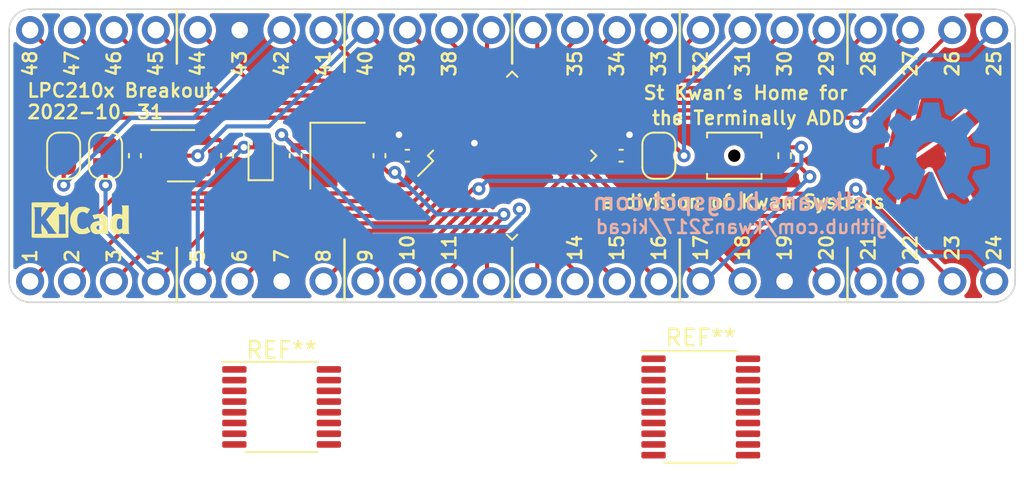
<source format=kicad_pcb>
(kicad_pcb (version 20211014) (generator pcbnew)
  (layers (0 "F.Cu" signal) (31 "B.Cu" signal) (34 "B.Paste" user) (35 "F.Paste" user) (36 "B.SilkS" user "B.Silkscreen") (37 "F.SilkS" user "F.Silkscreen") (38 "B.Mask" user) (39 "F.Mask" user) (44 "Edge.Cuts" user))
  (net 0 "")
  (net 1 "+1V8")
  (net 2 "GND")
  (net 3 "/P11")
  (net 4 "/P12")
  (net 5 "/P01")
  (net 6 "/P02")
  (net 7 "/P03")
  (net 8 "/P04")
  (net 9 "/P06")
  (net 10 "/P08")
  (net 11 "/P09")
  (net 12 "/P10")
  (net 13 "/P13")
  (net 14 "/P14")
  (net 15 "/P15")
  (net 16 "/P16")
  (net 17 "/P18")
  (net 18 "/P20")
  (net 19 "/P21")
  (net 20 "/P22")
  (net 21 "/P23")
  (net 22 "/P24")
  (net 23 "/P25")
  (net 24 "/P26")
  (net 25 "/P27")
  (net 26 "/P28")
  (net 27 "/P29")
  (net 28 "/P30")
  (net 29 "GNDA")
  (net 30 "/P32")
  (net 31 "/P33")
  (net 32 "/P34")
  (net 33 "/P35")
  (net 34 "/P36")
  (net 35 "/P37")
  (net 36 "/P38")
  (net 37 "/P39")
  (net 38 "/P41")
  (net 39 "/P42")
  (net 40 "/P44")
  (net 41 "/P45")
  (net 42 "/P46")
  (net 43 "/P47")
  (net 44 "/P48")
  (net 46 "+3V3")
  (footprint "Package_TO_SOT_SMD:SOT-23-5" (layer "F.Cu") (at 115.824 106.68)
    (fp_text reference "U201" hide)
    (fp_text value "TCR2EF 1.8V" hide)
  )
  (footprint "Jumper:SolderJumper-2_P1.3mm_Bridged_RoundedPad1.0x1.5mm" (layer "F.Cu") (at 144.78 106.68 90)
    (fp_text reference "JP131" hide)
    (fp_text value "AnalogGround" hide)
  )
  (footprint "Package_SO:TSSOP-20_4.4x6.5mm_P0.65mm" (layer "F.Cu") (at 147.32 121.92)
    (fp_text reference "REF**")
    (fp_text value "TSSOP-20_4.4x6.5mm_P0.65mm")
  )
  (footprint "Jumper:SolderJumper-2_P1.3mm_Bridged_RoundedPad1.0x1.5mm" (layer "F.Cu") (at 108.712 106.68 -90)
    (fp_text reference "JP142" hide)
    (fp_text value "VDDA" hide)
  )
  (footprint "Capacitor_SMD:C_0402_1005Metric" (layer "F.Cu") (at 118.618 106.68 -90)
    (fp_text reference "C205" hide)
    (fp_text value "1uF" hide)
  )
  (footprint "Resistor_SMD:R_0402_1005Metric" (layer "F.Cu") (at 152.4 106.68 -90)
    (fp_text reference "R106" hide)
    (fp_text value "10k" hide)
  )
  (footprint "Package_SO:TSSOP-16_4.4x5mm_P0.65mm" (layer "F.Cu") (at 121.92 121.92)
    (fp_text reference "REF**")
    (fp_text value "TSSOP-16_4.4x5mm_P0.65mm")
  )
  (footprint "Capacitor_SMD:C_0402_1005Metric" (layer "F.Cu") (at 122.77 106.68 90)
    (fp_text reference "C112" hide)
    (fp_text value "22pF" hide)
  )
  (footprint "Crystal:Crystal_SMD_Abracon_ABM8G-4Pin_3.2x2.5mm" (layer "F.Cu") (at 125.31 106.68 -90)
    (fp_text reference "Y101" hide)
    (fp_text value "12MHz" hide)
  )
  (footprint "KwanSystems:SW_SPST_B3U-1000P-B" (layer "F.Cu") (at 149.352 106.68)
    (fp_text reference "S106")
    (fp_text value "B3U-1000")
  )
  (footprint "Capacitor_SMD:C_0402_1005Metric" (layer "F.Cu") (at 129.54 106.68 180)
    (fp_text reference "C105" hide)
    (fp_text value "1uF" hide)
  )
  (footprint "Jumper:SolderJumper-2_P1.3mm_Bridged_RoundedPad1.0x1.5mm" (layer "F.Cu") (at 111.252 106.68 -90)
    (fp_text reference "JP104" hide)
    (fp_text value "VBAT" hide)
  )
  (footprint "KwanSystems:StKwansSoldermask" (layer "F.Cu") (at 161.29 106.68)
    (fp_text reference "G101" hide)
    (fp_text value "KwanSystems" hide)
  )
  (footprint "Package_QFP:LQFP-48_7x7mm_P0.5mm" (layer "F.Cu") (at 135.89 106.68 45)
    (fp_text reference "U101" hide)
    (fp_text value "LPC2103" hide)
  )
  (footprint "Capacitor_SMD:C_0402_1005Metric" (layer "F.Cu") (at 113.03 106.68 -90)
    (fp_text reference "C201" hide)
    (fp_text value "1uF" hide)
  )
  (footprint "LED_SMD:LED_0603_1608Metric" (layer "F.Cu") (at 120.65 106.68 90)
    (fp_text reference "D201" hide)
    (fp_text value "RED" hide)
  )
  (footprint "Capacitor_SMD:C_0402_1005Metric" (layer "F.Cu") (at 142.494 106.68)
    (fp_text reference "C117" hide)
    (fp_text value "1uF" hide)
  )
  (footprint "KwanSystems:Symbol_KiCAD-Logo_CopperAndSilkScreenTop_small" (layer "F.Cu") (at 109.728 110.49)
    (fp_text reference "G102" hide)
    (fp_text value "DesignedWithKicad" hide)
  )
  (footprint "Capacitor_SMD:C_0402_1005Metric" (layer "F.Cu") (at 127.85 106.68 -90)
    (fp_text reference "C111" hide)
    (fp_text value "22pF" hide)
  )
  (footprint "KwanSystems:OSHW-Symbol_6.7x6mm_SolderMask" (layer "B.Cu") (at 161.29 106.426 180)
    (fp_text reference "G103" hide)
    (fp_text value "OSHW" hide)
  )
  (footprint "Connector_PinHeader_2.54mm:PinHeader_1x24_P2.54mm_Vertical" (layer "B.Cu") (at 106.68 114.3 -90)
    (fp_text reference "J101" hide)
    (fp_text value "Conn_01x24_Male" hide)
  )
  (footprint "Connector_PinHeader_2.54mm:PinHeader_1x24_P2.54mm_Vertical" (layer "B.Cu") (at 165.1 99.06 90)
    (fp_text reference "J102" hide)
    (fp_text value "Conn_01x24_Male" hide)
  )
  (gr_line (start 125.73 97.79) (end 125.73 101.6) (layer "F.SilkS") (width 0.15))
  (gr_line (start 135.89 97.79) (end 135.89 101.092) (layer "F.SilkS") (width 0.15))
  (gr_line (start 125.73 115.57) (end 125.73 111.76) (layer "F.SilkS") (width 0.15))
  (gr_line (start 156.21 97.79) (end 156.21 101.092) (layer "F.SilkS") (width 0.15))
  (gr_line (start 115.57 115.57) (end 115.57 112.268) (layer "F.SilkS") (width 0.15))
  (gr_line (start 146.05 115.57) (end 146.05 111.76) (layer "F.SilkS") (width 0.15))
  (gr_line (start 115.57 97.79) (end 115.57 101.092) (layer "F.SilkS") (width 0.15))
  (gr_line (start 156.21 115.57) (end 156.21 112.268) (layer "F.SilkS") (width 0.15))
  (gr_line (start 146.05 97.79) (end 146.05 101.6) (layer "F.SilkS") (width 0.15))
  (gr_line (start 135.89 115.57) (end 135.89 112.268) (layer "F.SilkS") (width 0.15))
  (gr_arc (start 165.1 97.79) (mid 165.998026 98.161974) (end 166.37 99.06) (layer "Edge.Cuts") (width 0.1))
  (gr_arc (start 105.41 99.06) (mid 105.781974 98.161974) (end 106.68 97.79) (layer "Edge.Cuts") (width 0.1))
  (gr_line (start 166.37 99.06) (end 166.37 114.3) (layer "Edge.Cuts") (width 0.1))
  (gr_arc (start 166.37 114.3) (mid 165.998026 115.198026) (end 165.1 115.57) (layer "Edge.Cuts") (width 0.1))
  (gr_arc (start 106.68 115.57) (mid 105.781974 115.198026) (end 105.41 114.3) (layer "Edge.Cuts") (width 0.1))
  (gr_line (start 165.1 115.57) (end 106.68 115.57) (layer "Edge.Cuts") (width 0.1))
  (gr_line (start 105.41 114.3) (end 105.41 99.06) (layer "Edge.Cuts") (width 0.1))
  (gr_line (start 106.68 97.79) (end 165.1 97.79) (layer "Edge.Cuts") (width 0.1))
  (gr_text "23" (at 162.56 112.268 90) (layer "F.SilkS") (effects (font (size 0.8128 0.8128) (thickness 0.1524))))
  (gr_text "10" (at 129.54 112.268 90) (layer "F.SilkS") (effects (font (size 0.8128 0.8128) (thickness 0.1524))))
  (gr_text "47" (at 109.22 101.092 90) (layer "F.SilkS") (effects (font (size 0.8128 0.8128) (thickness 0.1524))))
  (gr_text "28" (at 157.48 101.092 90) (layer "F.SilkS") (effects (font (size 0.8128 0.8128) (thickness 0.1524))))
  (gr_text "27" (at 160.02 101.092 90) (layer "F.SilkS") (effects (font (size 0.8128 0.8128) (thickness 0.1524))))
  (gr_text "26" (at 162.56 101.092 90) (layer "F.SilkS") (effects (font (size 0.8128 0.8128) (thickness 0.1524))))
  (gr_text "18" (at 149.86 112.268 90) (layer "F.SilkS") (effects (font (size 0.8128 0.8128) (thickness 0.1524))))
  (gr_text "16" (at 144.78 112.268 90) (layer "F.SilkS") (effects (font (size 0.8128 0.8128) (thickness 0.1524))))
  (gr_text "22" (at 160.02 112.268 90) (layer "F.SilkS") (effects (font (size 0.8128 0.8128) (thickness 0.1524))))
  (gr_text "3" (at 111.76 112.268 90) (layer "F.SilkS") (effects (font (size 0.8128 0.8128) (thickness 0.1524)) (justify right)))
  (gr_text "LPC210x Breakout\n2022-10-31" (at 106.426 103.378) (layer "F.SilkS") (effects (font (size 0.8128 0.8128) (thickness 0.1524)) (justify left)))
  (gr_text "15" (at 142.24 112.268 90) (layer "F.SilkS") (effects (font (size 0.8128 0.8128) (thickness 0.1524))))
  (gr_text "32" (at 147.32 101.092 90) (layer "F.SilkS") (effects (font (size 0.8128 0.8128) (thickness 0.1524))))
  (gr_text "43" (at 119.38 101.092 90) (layer "F.SilkS") (effects (font (size 0.8128 0.8128) (thickness 0.1524))))
  (gr_text "20" (at 154.94 112.268 90) (layer "F.SilkS") (effects (font (size 0.8128 0.8128) (thickness 0.1524))))
  (gr_text "34" (at 142.24 101.092 90) (layer "F.SilkS") (effects (font (size 0.8128 0.8128) (thickness 0.1524))))
  (gr_text "38" (at 132.08 101.092 90) (layer "F.SilkS") (effects (font (size 0.8128 0.8128) (thickness 0.1524))))
  (gr_text "1" (at 106.68 112.268 90) (layer "F.SilkS") (effects (font (size 0.8128 0.8128) (thickness 0.1524)) (justify right)))
  (gr_text "29" (at 154.94 101.092 90) (layer "F.SilkS") (effects (font (size 0.8128 0.8128) (thickness 0.1524))))
  (gr_text "35" (at 139.7 101.092 90) (layer "F.SilkS") (effects (font (size 0.8128 0.8128) (thickness 0.1524))))
  (gr_text "6" (at 119.38 112.268 90) (layer "F.SilkS") (effects (font (size 0.8128 0.8128) (thickness 0.1524)) (justify right)))
  (gr_text "9" (at 127 112.268 90) (layer "F.SilkS") (effects (font (size 0.8128 0.8128) (thickness 0.1524)) (justify right)))
  (gr_text "19" (at 152.4 112.268 90) (layer "F.SilkS") (effects (font (size 0.8128 0.8128) (thickness 0.1524))))
  (gr_text "21" (at 157.48 112.268 90) (layer "F.SilkS") (effects (font (size 0.8128 0.8128) (thickness 0.1524))))
  (gr_text "42" (at 121.92 101.092 90) (layer "F.SilkS") (effects (font (size 0.8128 0.8128) (thickness 0.1524))))
  (gr_text "39" (at 129.54 101.092 90) (layer "F.SilkS") (effects (font (size 0.8128 0.8128) (thickness 0.1524))))
  (gr_text "44" (at 116.84 101.092 90) (layer "F.SilkS") (effects (font (size 0.8128 0.8128) (thickness 0.1524))))
  (gr_text "7" (at 121.92 112.268 90) (layer "F.SilkS") (effects (font (size 0.8128 0.8128) (thickness 0.1524)) (justify right)))
  (gr_text "46" (at 111.76 101.092 90) (layer "F.SilkS") (effects (font (size 0.8128 0.8128) (thickness 0.1524))))
  (gr_text "48" (at 106.68 101.092 90) (layer "F.SilkS") (effects (font (size 0.8128 0.8128) (thickness 0.1524))))
  (gr_text "4" (at 114.3 112.268 90) (layer "F.SilkS") (effects (font (size 0.8128 0.8128) (thickness 0.1524)) (justify right)))
  (gr_text "30" (at 152.4 101.092 90) (layer "F.SilkS") (effects (font (size 0.8128 0.8128) (thickness 0.1524))))
  (gr_text "25" (at 165.1 101.092 90) (layer "F.SilkS") (effects (font (size 0.8128 0.8128) (thickness 0.1524))))
  (gr_text "11" (at 132.08 112.268 90) (layer "F.SilkS") (effects (font (size 0.8128 0.8128) (thickness 0.1524))))
  (gr_text "33" (at 144.78 101.092 90) (layer "F.SilkS") (effects (font (size 0.8128 0.8128) (thickness 0.1524))))
  (gr_text "2" (at 109.22 112.268 90) (layer "F.SilkS") (effects (font (size 0.8128 0.8128) (thickness 0.1524)) (justify right)))
  (gr_text "5" (at 116.84 112.268 90) (layer "F.SilkS") (effects (font (size 0.8128 0.8128) (thickness 0.1524)) (justify right)))
  (gr_text "24" (at 165.1 112.268 90) (layer "F.SilkS") (effects (font (size 0.8128 0.8128) (thickness 0.1524))))
  (gr_text "14" (at 139.7 112.268 90) (layer "F.SilkS") (effects (font (size 0.8128 0.8128) (thickness 0.1524))))
  (gr_text "31" (at 149.86 101.092 90) (layer "F.SilkS") (effects (font (size 0.8128 0.8128) (thickness 0.1524))))
  (gr_text "8" (at 124.46 112.268 90) (layer "F.SilkS") (effects (font (size 0.8128 0.8128) (thickness 0.1524)) (justify right)))
  (gr_text "41" (at 124.46 101.092 90) (layer "F.SilkS") (effects (font (size 0.8128 0.8128) (thickness 0.1524))))
  (gr_text "45" (at 114.3 101.092 90) (layer "F.SilkS") (effects (font (size 0.8128 0.8128) (thickness 0.1524))))
  (gr_text "40" (at 127 101.092 90) (layer "F.SilkS") (effects (font (size 0.8128 0.8128) (thickness 0.1524))))
  (gr_text "17" (at 147.32 112.268 90) (layer "F.SilkS") (effects (font (size 0.8128 0.8128) (thickness 0.1524))))
  (segment (start 116.9615 105.73) (end 118.148 105.73) (width 0.25) (layer "F.Cu") (net 1))
  (segment (start 132.416338 109.093002) (end 130.72694 110.7824) (width 0.25) (layer "F.Cu") (net 1))
  (segment (start 118.646 106.172) (end 118.618 106.2) (width 0.25) (layer "F.Cu") (net 1))
  (segment (start 130.72694 110.7824) (end 120.3576 110.7824) (width 0.25) (layer "F.Cu") (net 1))
  (segment (start 132.983795 108.525545) (end 132.983795 108.091795) (width 0.25) (layer "F.Cu") (net 1))
  (segment (start 132.983795 108.091795) (end 131.572 106.68) (width 0.25) (layer "F.Cu") (net 1))
  (segment (start 119.634 106.172) (end 118.646 106.172) (width 0.25) (layer "F.Cu") (net 1))
  (segment (start 119.634 106.172) (end 120.3705 106.172) (width 0.25) (layer "F.Cu") (net 1))
  (segment (start 120.3576 110.7824) (end 116.84 114.3) (width 0.25) (layer "F.Cu") (net 1))
  (segment (start 120.3705 106.172) (end 120.65 105.8925) (width 0.25) (layer "F.Cu") (net 1))
  (segment (start 118.148 105.73) (end 118.618 106.2) (width 0.25) (layer "F.Cu") (net 1))
  (segment (start 131.572 106.68) (end 130.02 106.68) (width 0.25) (layer "F.Cu") (net 1))
  (segment (start 132.416338 109.093002) (end 132.983795 108.525545) (width 0.25) (layer "F.Cu") (net 1))
  (via (at 119.634 106.172) (size 0.8) (drill 0.4) (layers "F.Cu" "B.Cu") (net 1))
  (segment (start 116.84 108.966) (end 119.634 106.172) (width 0.25) (layer "B.Cu") (net 1))
  (segment (start 116.84 114.3) (end 116.84 108.966) (width 0.25) (layer "B.Cu") (net 1))
  (segment (start 139.010109 109.446555) (end 140.795474 111.23192) (width 0.25) (layer "F.Cu") (net 2))
  (segment (start 130.984526 102.12808) (end 122.44808 102.12808) (width 0.25) (layer "F.Cu") (net 2))
  (segment (start 124.53856 111.68144) (end 121.92 114.3) (width 0.25) (layer "F.Cu") (net 2))
  (segment (start 122.44808 102.12808) (end 119.38 99.06) (width 0.25) (layer "F.Cu") (net 2))
  (segment (start 149.33192 111.23192) (end 152.4 114.3) (width 0.25) (layer "F.Cu") (net 2))
  (segment (start 140.795474 111.23192) (end 149.33192 111.23192) (width 0.25) (layer "F.Cu") (net 2))
  (segment (start 132.769891 103.913445) (end 130.984526 102.12808) (width 0.25) (layer "F.Cu") (net 2))
  (segment (start 133.123445 109.800109) (end 131.242114 111.68144) (width 0.25) (layer "F.Cu") (net 2))
  (segment (start 129.06 105.438) (end 129.032 105.41) (width 0.25) (layer "F.Cu") (net 2))
  (segment (start 131.242114 111.68144) (end 124.53856 111.68144) (width 0.25) (layer "F.Cu") (net 2))
  (via (at 129.032 105.41) (size 0.8) (drill 0.4) (layers "F.Cu" "B.Cu") (net 2))
  (via (at 143.002 105.41) (size 0.8) (drill 0.4) (layers "F.Cu" "B.Cu") (net 2))
  (via (at 133.604 105.918) (size 0.8) (drill 0.4) (layers "F.Cu" "B.Cu") (net 2))
  (segment (start 127.85 107.16) (end 126.78 107.16) (width 0.25) (layer "F.Cu") (net 3))
  (segment (start 132.08 114.3) (end 132.08 113.665) (width 0.25) (layer "F.Cu") (net 3))
  (segment (start 132.08 113.665) (end 134.530678 111.214322) (width 0.25) (layer "F.Cu") (net 3))
  (segment (start 135.382 110.36998) (end 135.382 110.236) (width 0.25) (layer "F.Cu") (net 3))
  (segment (start 134.537658 111.214322) (end 135.382 110.36998) (width 0.25) (layer "F.Cu") (net 3))
  (segment (start 126.78 107.16) (end 126.16 107.78) (width 0.25) (layer "F.Cu") (net 3))
  (segment (start 134.530678 111.214322) (end 134.537658 111.214322) (width 0.25) (layer "F.Cu") (net 3))
  (segment (start 128.778 107.696) (end 128.386 107.696) (width 0.25) (layer "F.Cu") (net 3))
  (segment (start 128.386 107.696) (end 127.85 107.16) (width 0.25) (layer "F.Cu") (net 3))
  (via (at 128.778 107.696) (size 0.8) (drill 0.4) (layers "F.Cu" "B.Cu") (net 3))
  (via (at 135.382 110.236) (size 0.8) (drill 0.4) (layers "F.Cu" "B.Cu") (net 3))
  (segment (start 131.318 110.236) (end 128.778 107.696) (width 0.25) (layer "B.Cu") (net 3))
  (segment (start 135.382 110.236) (end 131.318 110.236) (width 0.25) (layer "B.Cu") (net 3))
  (segment (start 122.77 106.2) (end 123.84 106.2) (width 0.25) (layer "F.Cu") (net 4))
  (segment (start 134.366 112.093088) (end 134.366 114.046) (width 0.25) (layer "F.Cu") (net 4))
  (segment (start 121.98 105.41) (end 122.77 106.2) (width 0.25) (layer "F.Cu") (net 4))
  (segment (start 134.366 114.046) (end 134.62 114.3) (width 0.25) (layer "F.Cu") (net 4))
  (segment (start 135.074738 111.567876) (end 136.330211 110.312403) (width 0.25) (layer "F.Cu") (net 4))
  (segment (start 134.891212 111.567876) (end 134.366 112.093088) (width 0.25) (layer "F.Cu") (net 4))
  (segment (start 123.84 106.2) (end 124.46 105.58) (width 0.25) (layer "F.Cu") (net 4))
  (segment (start 121.92 105.41) (end 121.98 105.41) (width 0.25) (layer "F.Cu") (net 4))
  (segment (start 136.330211 110.312403) (end 136.330211 109.91993) (width 0.25) (layer "F.Cu") (net 4))
  (segment (start 134.891212 111.567876) (end 135.074738 111.567876) (width 0.25) (layer "F.Cu") (net 4))
  (via (at 121.92 105.41) (size 0.8) (drill 0.4) (layers "F.Cu" "B.Cu") (net 4))
  (via (at 136.330211 109.91993) (size 0.8) (drill 0.4) (layers "F.Cu" "B.Cu") (net 4))
  (segment (start 136.330211 109.91993) (end 136.330211 110.312403) (width 0.25) (layer "B.Cu") (net 4))
  (segment (start 136.330211 110.312403) (end 135.644614 110.998) (width 0.25) (layer "B.Cu") (net 4))
  (segment (start 127.508 110.998) (end 121.92 105.41) (width 0.25) (layer "B.Cu") (net 4))
  (segment (start 135.644614 110.998) (end 127.508 110.998) (width 0.25) (layer "B.Cu") (net 4))
  (segment (start 112.014 108.966) (end 129.678272 108.966) (width 0.25) (layer "F.Cu") (net 5))
  (segment (start 129.678272 108.966) (end 129.696592 108.98432) (width 0.25) (layer "F.Cu") (net 5))
  (segment (start 129.696592 108.98432) (end 131.002124 107.678788) (width 0.25) (layer "F.Cu") (net 5))
  (segment (start 106.68 114.3) (end 112.014 108.966) (width 0.25) (layer "F.Cu") (net 5))
  (segment (start 131.355678 108.032342) (end 129.95418 109.43384) (width 0.25) (layer "F.Cu") (net 6))
  (segment (start 129.95418 109.43384) (end 114.08616 109.43384) (width 0.25) (layer "F.Cu") (net 6))
  (segment (start 114.08616 109.43384) (end 109.22 114.3) (width 0.25) (layer "F.Cu") (net 6))
  (segment (start 130.211766 109.88336) (end 116.17664 109.88336) (width 0.25) (layer "F.Cu") (net 7))
  (segment (start 131.709231 108.385895) (end 130.211766 109.88336) (width 0.25) (layer "F.Cu") (net 7))
  (segment (start 116.17664 109.88336) (end 111.76 114.3) (width 0.25) (layer "F.Cu") (net 7))
  (segment (start 130.505388 110.33288) (end 118.26712 110.33288) (width 0.25) (layer "F.Cu") (net 8))
  (segment (start 132.062785 108.739449) (end 132.062785 108.775483) (width 0.25) (layer "F.Cu") (net 8))
  (segment (start 118.26712 110.33288) (end 114.3 114.3) (width 0.25) (layer "F.Cu") (net 8))
  (segment (start 132.062785 108.775483) (end 130.505388 110.33288) (width 0.25) (layer "F.Cu") (net 8))
  (segment (start 111.252 108.458) (end 111.252 107.33) (width 0.25) (layer "F.Cu") (net 8))
  (via (at 111.252 108.458) (size 0.8) (drill 0.4) (layers "F.Cu" "B.Cu") (net 8))
  (segment (start 111.252 111.252) (end 111.252 108.458) (width 0.25) (layer "B.Cu") (net 8))
  (segment (start 114.3 114.3) (end 111.252 111.252) (width 0.25) (layer "B.Cu") (net 8))
  (segment (start 152.4 106.13) (end 151.602 106.13) (width 0.25) (layer "F.Cu") (net 9))
  (segment (start 122.44808 111.23192) (end 119.38 114.3) (width 0.25) (layer "F.Cu") (net 9))
  (segment (start 132.769891 109.446555) (end 133.525526 108.69092) (width 0.25) (layer "F.Cu") (net 9))
  (segment (start 133.525526 108.69092) (end 133.869872 108.69092) (width 0.25) (layer "F.Cu") (net 9))
  (segment (start 130.984526 111.23192) (end 122.44808 111.23192) (width 0.25) (layer "F.Cu") (net 9))
  (segment (start 152.442 106.172) (end 152.4 106.13) (width 0.25) (layer "F.Cu") (net 9))
  (segment (start 151.602 106.13) (end 151.052 106.68) (width 0.25) (layer "F.Cu") (net 9))
  (segment (start 132.769891 109.446555) (end 130.984526 111.23192) (width 0.25) (layer "F.Cu") (net 9))
  (segment (start 153.416 106.172) (end 152.442 106.172) (width 0.25) (layer "F.Cu") (net 9))
  (via (at 153.416 106.172) (size 0.8) (drill 0.4) (layers "F.Cu" "B.Cu") (net 9))
  (via (at 133.869872 108.69092) (size 0.8) (drill 0.4) (layers "F.Cu" "B.Cu") (net 9))
  (segment (start 153.416 107.188) (end 153.416 106.172) (width 0.25) (layer "B.Cu") (net 9))
  (segment (start 133.869872 108.69092) (end 134.356792 108.204) (width 0.25) (layer "B.Cu") (net 9))
  (segment (start 134.356792 108.204) (end 152.4 108.204) (width 0.25) (layer "B.Cu") (net 9))
  (segment (start 152.4 108.204) (end 153.416 107.188) (width 0.25) (layer "B.Cu") (net 9))
  (segment (start 126.62904 112.13096) (end 124.46 114.3) (width 0.25) (layer "F.Cu") (net 10))
  (segment (start 133.476998 110.153662) (end 131.4997 112.13096) (width 0.25) (layer "F.Cu") (net 10))
  (segment (start 131.4997 112.13096) (end 126.62904 112.13096) (width 0.25) (layer "F.Cu") (net 10))
  (segment (start 131.757286 112.58048) (end 128.71952 112.58048) (width 0.25) (layer "F.Cu") (net 11))
  (segment (start 128.71952 112.58048) (end 127 114.3) (width 0.25) (layer "F.Cu") (net 11))
  (segment (start 133.830551 110.507215) (end 131.757286 112.58048) (width 0.25) (layer "F.Cu") (net 11))
  (segment (start 132.014874 113.03) (end 131.191 113.03) (width 0.25) (layer "F.Cu") (net 12))
  (segment (start 134.184105 110.860769) (end 132.014874 113.03) (width 0.25) (layer "F.Cu") (net 12))
  (segment (start 130.81 113.03) (end 131.191 113.03) (width 0.25) (layer "F.Cu") (net 12))
  (segment (start 129.54 114.3) (end 130.81 113.03) (width 0.25) (layer "F.Cu") (net 12))
  (segment (start 137.414 112.093088) (end 137.414 114.046) (width 0.25) (layer "F.Cu") (net 13))
  (segment (start 137.414 114.046) (end 137.16 114.3) (width 0.25) (layer "F.Cu") (net 13))
  (segment (start 136.888788 111.567876) (end 137.414 112.093088) (width 0.25) (layer "F.Cu") (net 13))
  (segment (start 139.7 114.3) (end 139.7 113.67198) (width 0.25) (layer "F.Cu") (net 14))
  (segment (start 139.7 113.67198) (end 137.242342 111.214322) (width 0.25) (layer "F.Cu") (net 14))
  (segment (start 140.97 113.03) (end 139.765126 113.03) (width 0.25) (layer "F.Cu") (net 15))
  (segment (start 142.24 114.3) (end 140.97 113.03) (width 0.25) (layer "F.Cu") (net 15))
  (segment (start 139.765126 113.03) (end 137.595895 110.860769) (width 0.25) (layer "F.Cu") (net 15))
  (segment (start 137.949449 110.507215) (end 140.022714 112.58048) (width 0.25) (layer "F.Cu") (net 16))
  (segment (start 144.78 114.3) (end 143.06048 112.58048) (width 0.25) (layer "F.Cu") (net 16))
  (segment (start 143.06048 112.58048) (end 140.40352 112.58048) (width 0.25) (layer "F.Cu") (net 16))
  (segment (start 140.022714 112.58048) (end 140.40352 112.58048) (width 0.25) (layer "F.Cu") (net 16))
  (segment (start 140.537886 111.68144) (end 147.24144 111.68144) (width 0.25) (layer "F.Cu") (net 17))
  (segment (start 138.656555 109.800109) (end 140.537886 111.68144) (width 0.25) (layer "F.Cu") (net 17))
  (segment (start 147.24144 111.68144) (end 149.86 114.3) (width 0.25) (layer "F.Cu") (net 17))
  (segment (start 141.05306 110.7824) (end 151.4224 110.7824) (width 0.25) (layer "F.Cu") (net 18))
  (segment (start 151.4224 110.7824) (end 154.94 114.3) (width 0.25) (layer "F.Cu") (net 18))
  (segment (start 139.363662 109.093002) (end 141.05306 110.7824) (width 0.25) (layer "F.Cu") (net 18))
  (segment (start 153.51288 110.33288) (end 157.48 114.3) (width 0.25) (layer "F.Cu") (net 19))
  (segment (start 139.717215 108.739449) (end 141.310646 110.33288) (width 0.25) (layer "F.Cu") (net 19))
  (segment (start 141.310646 110.33288) (end 153.51288 110.33288) (width 0.25) (layer "F.Cu") (net 19))
  (segment (start 141.568234 109.88336) (end 155.60336 109.88336) (width 0.25) (layer "F.Cu") (net 20))
  (segment (start 140.070769 108.385895) (end 141.568234 109.88336) (width 0.25) (layer "F.Cu") (net 20))
  (segment (start 155.60336 109.88336) (end 160.02 114.3) (width 0.25) (layer "F.Cu") (net 20))
  (segment (start 157.69384 109.43384) (end 162.56 114.3) (width 0.25) (layer "F.Cu") (net 21))
  (segment (start 141.82582 109.43384) (end 157.69384 109.43384) (width 0.25) (layer "F.Cu") (net 21))
  (segment (start 140.424322 108.032342) (end 141.82582 109.43384) (width 0.25) (layer "F.Cu") (net 21))
  (segment (start 156.44302 108.98432) (end 142.083408 108.98432) (width 0.25) (layer "F.Cu") (net 22))
  (segment (start 156.718 108.70934) (end 156.44302 108.98432) (width 0.25) (layer "F.Cu") (net 22))
  (segment (start 140.777876 107.678788) (end 142.083408 108.98432) (width 0.25) (layer "F.Cu") (net 22))
  (via (at 156.718 108.70934) (size 0.8) (drill 0.4) (layers "F.Cu" "B.Cu") (net 22))
  (segment (start 165.1 114.3) (end 163.576 112.776) (width 0.25) (layer "B.Cu") (net 22))
  (segment (start 163.576 112.776) (end 160.78466 112.776) (width 0.25) (layer "B.Cu") (net 22))
  (segment (start 160.78466 112.776) (end 156.718 108.70934) (width 0.25) (layer "B.Cu") (net 22))
  (segment (start 140.777876 105.681212) (end 140.777876 105.645176) (width 0.25) (layer "F.Cu") (net 23))
  (segment (start 140.777876 105.645176) (end 142.047372 104.37568) (width 0.25) (layer "F.Cu") (net 23))
  (segment (start 156.44302 104.37568) (end 142.047372 104.37568) (width 0.25) (layer "F.Cu") (net 23))
  (segment (start 156.718 104.65066) (end 156.44302 104.37568) (width 0.25) (layer "F.Cu") (net 23))
  (via (at 156.718 104.65066) (size 0.8) (drill 0.4) (layers "F.Cu" "B.Cu") (net 23))
  (segment (start 163.576 100.584) (end 160.78466 100.584) (width 0.25) (layer "B.Cu") (net 23))
  (segment (start 160.78466 100.584) (end 156.718 104.65066) (width 0.25) (layer "B.Cu") (net 23))
  (segment (start 165.1 99.06) (end 163.576 100.584) (width 0.25) (layer "B.Cu") (net 23))
  (segment (start 157.69384 103.92616) (end 162.56 99.06) (width 0.25) (layer "F.Cu") (net 24))
  (segment (start 140.424322 105.327658) (end 141.82582 103.92616) (width 0.25) (layer "F.Cu") (net 24))
  (segment (start 141.82582 103.92616) (end 157.69384 103.92616) (width 0.25) (layer "F.Cu") (net 24))
  (segment (start 140.070769 104.974105) (end 141.568234 103.47664) (width 0.25) (layer "F.Cu") (net 25))
  (segment (start 141.568234 103.47664) (end 155.60336 103.47664) (width 0.25) (layer "F.Cu") (net 25))
  (segment (start 155.60336 103.47664) (end 160.02 99.06) (width 0.25) (layer "F.Cu") (net 25))
  (segment (start 153.51288 103.02712) (end 157.48 99.06) (width 0.25) (layer "F.Cu") (net 26))
  (segment (start 139.717215 104.620551) (end 141.310646 103.02712) (width 0.25) (layer "F.Cu") (net 26))
  (segment (start 141.310646 103.02712) (end 153.51288 103.02712) (width 0.25) (layer "F.Cu") (net 26))
  (segment (start 139.363662 104.266998) (end 141.05306 102.5776) (width 0.25) (layer "F.Cu") (net 27))
  (segment (start 141.05306 102.5776) (end 151.4224 102.5776) (width 0.25) (layer "F.Cu") (net 27))
  (segment (start 151.4224 102.5776) (end 154.94 99.06) (width 0.25) (layer "F.Cu") (net 27))
  (segment (start 149.33192 102.12808) (end 152.4 99.06) (width 0.25) (layer "F.Cu") (net 28))
  (segment (start 140.795474 102.12808) (end 149.33192 102.12808) (width 0.25) (layer "F.Cu") (net 28))
  (segment (start 139.010109 103.913445) (end 140.795474 102.12808) (width 0.25) (layer "F.Cu") (net 28))
  (segment (start 146.304 106.68) (end 145.654 106.03) (width 0.25) (layer "F.Cu") (net 29))
  (segment (start 145.654 106.03) (end 144.78 106.03) (width 0.25) (layer "F.Cu") (net 29))
  (segment (start 147.24144 101.67856) (end 149.86 99.06) (width 0.25) (layer "F.Cu") (net 29))
  (segment (start 140.537886 101.67856) (end 147.24144 101.67856) (width 0.25) (layer "F.Cu") (net 29))
  (segment (start 138.656555 103.559891) (end 140.537886 101.67856) (width 0.25) (layer "F.Cu") (net 29))
  (via (at 146.304 106.68) (size 0.8) (drill 0.4) (layers "F.Cu" "B.Cu") (net 29))
  (segment (start 149.86 99.06) (end 146.304 102.616) (width 0.25) (layer "B.Cu") (net 29))
  (segment (start 146.304 102.616) (end 146.304 106.68) (width 0.25) (layer "B.Cu") (net 29))
  (segment (start 145.15096 101.22904) (end 147.32 99.06) (width 0.25) (layer "F.Cu") (net 30))
  (segment (start 140.2803 101.22904) (end 145.15096 101.22904) (width 0.25) (layer "F.Cu") (net 30))
  (segment (start 138.303002 103.206338) (end 140.2803 101.22904) (width 0.25) (layer "F.Cu") (net 30))
  (segment (start 138.516906 102.285328) (end 138.516906 102.275094) (width 0.25) (layer "F.Cu") (net 31))
  (segment (start 137.949449 102.852785) (end 138.516906 102.285328) (width 0.25) (layer "F.Cu") (net 31))
  (segment (start 140.01248 100.77952) (end 143.06048 100.77952) (width 0.25) (layer "F.Cu") (net 31))
  (segment (start 143.06048 100.77952) (end 144.78 99.06) (width 0.25) (layer "F.Cu") (net 31))
  (segment (start 138.516906 102.275094) (end 140.01248 100.77952) (width 0.25) (layer "F.Cu") (net 31))
  (segment (start 137.595895 102.499231) (end 139.765126 100.33) (width 0.25) (layer "F.Cu") (net 32))
  (segment (start 140.97 100.33) (end 142.24 99.06) (width 0.25) (layer "F.Cu") (net 32))
  (segment (start 139.765126 100.33) (end 140.97 100.33) (width 0.25) (layer "F.Cu") (net 32))
  (segment (start 137.242342 102.145678) (end 139.7 99.68802) (width 0.25) (layer "F.Cu") (net 33))
  (segment (start 139.7 99.68802) (end 139.7 99.06) (width 0.25) (layer "F.Cu") (net 33))
  (segment (start 136.888788 101.792124) (end 137.414 101.266912) (width 0.25) (layer "F.Cu") (net 34))
  (segment (start 137.414 99.314) (end 137.16 99.06) (width 0.25) (layer "F.Cu") (net 34))
  (segment (start 137.414 101.266912) (end 137.414 99.314) (width 0.25) (layer "F.Cu") (net 34))
  (segment (start 134.366 99.314) (end 134.62 99.06) (width 0.25) (layer "F.Cu") (net 35))
  (segment (start 134.891212 101.792124) (end 134.366 101.266912) (width 0.25) (layer "F.Cu") (net 35))
  (segment (start 134.366 101.266912) (end 134.366 99.314) (width 0.25) (layer "F.Cu") (net 35))
  (segment (start 132.08 99.68802) (end 132.08 99.06) (width 0.25) (layer "F.Cu") (net 36))
  (segment (start 134.537658 102.145678) (end 132.08 99.68802) (width 0.25) (layer "F.Cu") (net 36))
  (segment (start 132.014874 100.33) (end 130.81 100.33) (width 0.25) (layer "F.Cu") (net 37))
  (segment (start 134.184105 102.499231) (end 132.014874 100.33) (width 0.25) (layer "F.Cu") (net 37))
  (segment (start 130.81 100.33) (end 129.54 99.06) (width 0.25) (layer "F.Cu") (net 37))
  (segment (start 133.476998 103.206338) (end 131.4997 101.22904) (width 0.25) (layer "F.Cu") (net 38))
  (segment (start 131.4997 101.22904) (end 126.62904 101.22904) (width 0.25) (layer "F.Cu") (net 38))
  (segment (start 126.62904 101.22904) (end 124.46 99.06) (width 0.25) (layer "F.Cu") (net 38))
  (segment (start 108.712 107.33) (end 108.712 108.458) (width 0.25) (layer "F.Cu") (net 39))
  (segment (start 131.242114 101.67856) (end 124.53856 101.67856) (width 0.25) (layer "F.Cu") (net 39))
  (segment (start 124.53856 101.67856) (end 121.92 99.06) (width 0.25) (layer "F.Cu") (net 39))
  (segment (start 133.123445 103.559891) (end 131.242114 101.67856) (width 0.25) (layer "F.Cu") (net 39))
  (via (at 108.712 108.458) (size 0.8) (drill 0.4) (layers "F.Cu" "B.Cu") (net 39))
  (segment (start 112.776 104.394) (end 114.046 104.394) (width 0.25) (layer "B.Cu") (net 39))
  (segment (start 121.92 99.06) (end 116.586 104.394) (width 0.25) (layer "B.Cu") (net 39))
  (segment (start 108.712 108.458) (end 112.776 104.394) (width 0.25) (layer "B.Cu") (net 39))
  (segment (start 116.586 104.394) (end 114.046 104.394) (width 0.25) (layer "B.Cu") (net 39))
  (segment (start 132.416338 104.266998) (end 132.416338 104.230964) (width 0.25) (layer "F.Cu") (net 40))
  (segment (start 132.416338 104.230964) (end 130.762974 102.5776) (width 0.25) (layer "F.Cu") (net 40))
  (segment (start 130.762974 102.5776) (end 120.3576 102.5776) (width 0.25) (layer "F.Cu") (net 40))
  (segment (start 120.3576 102.5776) (end 116.84 99.06) (width 0.25) (layer "F.Cu") (net 40))
  (segment (start 132.062785 104.620551) (end 130.469354 103.02712) (width 0.25) (layer "F.Cu") (net 41))
  (segment (start 118.26712 103.02712) (end 114.3 99.06) (width 0.25) (layer "F.Cu") (net 41))
  (segment (start 130.469354 103.02712) (end 118.26712 103.02712) (width 0.25) (layer "F.Cu") (net 41))
  (segment (start 116.17664 103.47664) (end 111.76 99.06) (width 0.25) (layer "F.Cu") (net 42))
  (segment (start 131.709231 104.974105) (end 130.211766 103.47664) (width 0.25) (layer "F.Cu") (net 42))
  (segment (start 130.211766 103.47664) (end 116.17664 103.47664) (width 0.25) (layer "F.Cu") (net 42))
  (segment (start 129.95418 103.92616) (end 114.08616 103.92616) (width 0.25) (layer "F.Cu") (net 43))
  (segment (start 114.08616 103.92616) (end 109.22 99.06) (width 0.25) (layer "F.Cu") (net 43))
  (segment (start 131.355678 105.327658) (end 129.95418 103.92616) (width 0.25) (layer "F.Cu") (net 43))
  (segment (start 131.002124 105.681212) (end 129.696592 104.37568) (width 0.25) (layer "F.Cu") (net 44))
  (segment (start 111.99568 104.37568) (end 106.68 99.06) (width 0.25) (layer "F.Cu") (net 44))
  (segment (start 129.696592 104.37568) (end 111.99568 104.37568) (width 0.25) (layer "F.Cu") (net 44))
  (segment (start 131.757286 100.77952) (end 128.71952 100.77952) (width 0.25) (layer "F.Cu") (net 46))
  (segment (start 138.303002 110.153662) (end 137.735545 109.586205) (width 0.25) (layer "F.Cu") (net 46))
  (segment (start 115.67352 106.27552) (end 115.128 105.73) (width 0.25) (layer "F.Cu") (net 46))
  (segment (start 153.204 107.23) (end 153.924 107.95) (width 0.25) (layer "F.Cu") (net 46))
  (segment (start 113.03 106.2) (end 113.5 105.73) (width 0.25) (layer "F.Cu") (net 46))
  (segment (start 133.830551 102.852785) (end 131.757286 100.77952) (width 0.25) (layer "F.Cu") (net 46))
  (segment (start 145.15096 112.13096) (end 147.32 114.3) (width 0.25) (layer "F.Cu") (net 46))
  (segment (start 133.840785 102.852785) (end 138.971371 107.983371) (width 0.25) (layer "F.Cu") (net 46))
  (segment (start 152.4 107.23) (end 153.204 107.23) (width 0.25) (layer "F.Cu") (net 46))
  (segment (start 114.6865 107.63) (end 115.070072 107.63) (width 0.25) (layer "F.Cu") (net 46))
  (segment (start 112.86 106.03) (end 113.03 106.2) (width 0.25) (layer "F.Cu") (net 46))
  (segment (start 140.2803 112.13096) (end 145.15096 112.13096) (width 0.25) (layer "F.Cu") (net 46))
  (segment (start 115.070072 107.63) (end 115.67352 107.026552) (width 0.25) (layer "F.Cu") (net 46))
  (segment (start 137.735545 109.586205) (end 137.735545 109.219197) (width 0.25) (layer "F.Cu") (net 46))
  (segment (start 116.84 106.68) (end 115.77704 106.68) (width 0.25) (layer "F.Cu") (net 46))
  (segment (start 138.971371 107.983371) (end 140.274742 106.68) (width 0.25) (layer "F.Cu") (net 46))
  (segment (start 140.274742 106.68) (end 142.014 106.68) (width 0.25) (layer "F.Cu") (net 46))
  (segment (start 115.128 105.73) (end 114.6865 105.73) (width 0.25) (layer "F.Cu") (net 46))
  (segment (start 128.71952 100.77952) (end 127 99.06) (width 0.25) (layer "F.Cu") (net 46))
  (segment (start 133.830551 102.852785) (end 133.840785 102.852785) (width 0.25) (layer "F.Cu") (net 46))
  (segment (start 115.77704 106.68) (end 115.67352 106.78352) (width 0.25) (layer "F.Cu") (net 46))
  (segment (start 115.67352 106.78352) (end 115.67352 106.27552) (width 0.25) (layer "F.Cu") (net 46))
  (segment (start 137.735545 109.219197) (end 138.971371 107.983371) (width 0.25) (layer "F.Cu") (net 46))
  (segment (start 138.303002 110.153662) (end 140.2803 112.13096) (width 0.25) (layer "F.Cu") (net 46))
  (segment (start 111.252 106.03) (end 112.86 106.03) (width 0.25) (layer "F.Cu") (net 46))
  (segment (start 113.5 105.73) (end 114.6865 105.73) (width 0.25) (layer "F.Cu") (net 46))
  (segment (start 111.252 106.03) (end 108.712 106.03) (width 0.25) (layer "F.Cu") (net 46))
  (segment (start 115.67352 107.026552) (end 115.67352 106.78352) (width 0.25) (layer "F.Cu") (net 46))
  (via (at 153.924 107.95) (size 0.8) (drill 0.4) (layers "F.Cu" "B.Cu") (net 46))
  (via (at 116.84 106.68) (size 0.8) (drill 0.4) (layers "F.Cu" "B.Cu") (net 46))
  (segment (start 127 99.06) (end 121.158 104.902) (width 0.25) (layer "B.Cu") (net 46))
  (segment (start 119.126 104.902) (end 118.618 104.902) (width 0.25) (layer "B.Cu") (net 46))
  (segment (start 147.574 114.3) (end 147.32 114.3) (width 0.25) (layer "B.Cu") (net 46))
  (segment (start 121.158 104.902) (end 119.126 104.902) (width 0.25) (layer "B.Cu") (net 46))
  (segment (start 118.618 104.902) (end 116.84 106.68) (width 0.25) (layer "B.Cu") (net 46))
  (segment (start 153.924 107.95) (end 147.574 114.3) (width 0.25) (layer "B.Cu") (net 46))
  (zone (net 2) (net_name "GND") (layers F&B.Cu) (connect_pads yes (clearance 0.254)) (min_thickness 0.254) (fill yes (thermal_gap 0.508) (thermal_bridge_width 0.508))
    (polygon (pts (xy 166.37 97.79) (xy 166.37 115.57) (xy 105.41 115.57) (xy 105.41 97.79)))
  )
)
</source>
